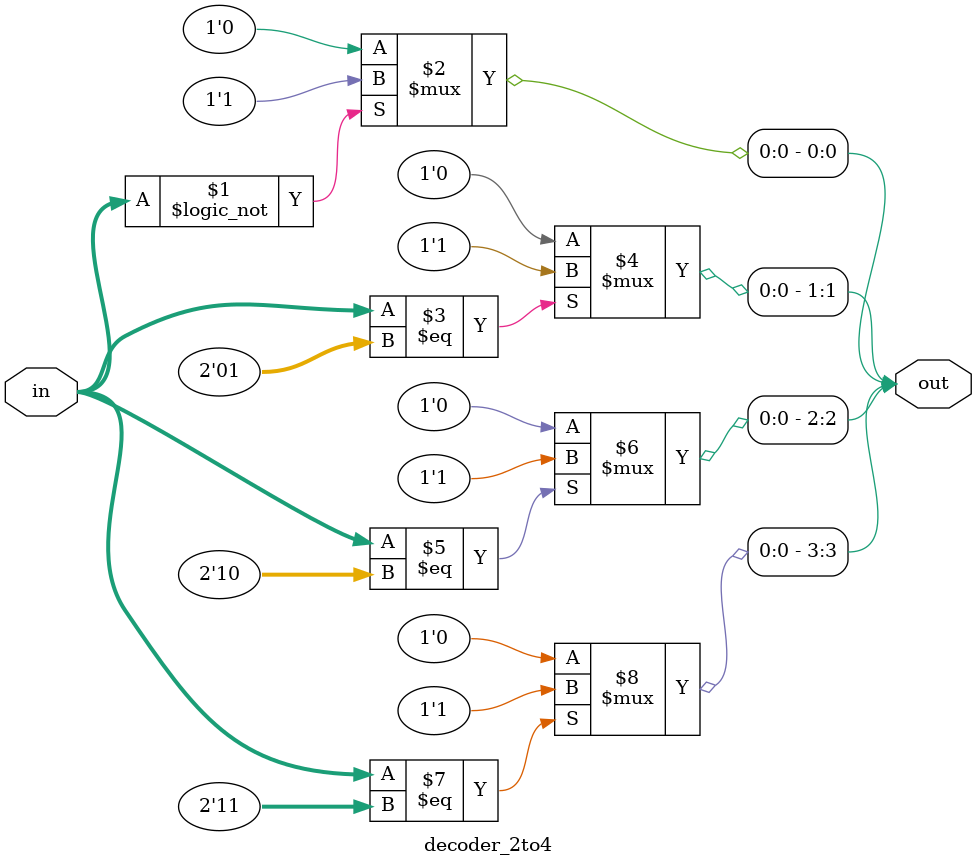
<source format=v>
module decoder_2to4 (
  input [1:0] in,
  output [3:0] out
);

  assign out[0] = (in == 2'b00) ? 1'b1 : 1'b0;
  assign out[1] = (in == 2'b01) ? 1'b1 : 1'b0;
  assign out[2] = (in == 2'b10) ? 1'b1 : 1'b0;
  assign out[3] = (in == 2'b11) ? 1'b1 : 1'b0;

endmodule

</source>
